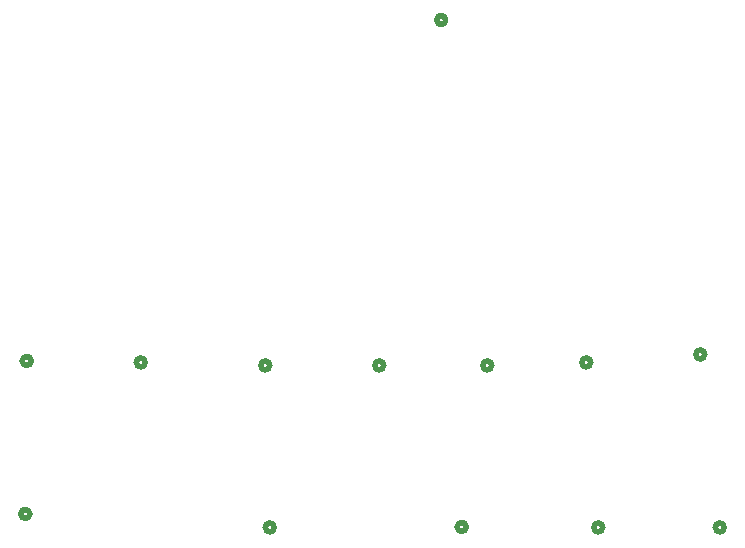
<source format=gbo>
G04*
G04 #@! TF.GenerationSoftware,Altium Limited,Altium Designer,24.1.2 (44)*
G04*
G04 Layer_Color=32896*
%FSLAX44Y44*%
%MOMM*%
G71*
G04*
G04 #@! TF.SameCoordinates,F9B8B196-E0EE-4284-85E4-D25C29C198F4*
G04*
G04*
G04 #@! TF.FilePolarity,Positive*
G04*
G01*
G75*
%ADD10C,0.5080*%
D10*
X451220Y685800D02*
G03*
X451220Y685800I-3810J0D01*
G01*
X670560Y402620D02*
G03*
X670560Y402620I-3810J0D01*
G01*
X490220Y393330D02*
G03*
X490220Y393330I-3810J0D01*
G01*
X302260D02*
G03*
X302260Y393330I-3810J0D01*
G01*
X100330Y397140D02*
G03*
X100330Y397140I-3810J0D01*
G01*
X584200Y256170D02*
G03*
X584200Y256170I-3810J0D01*
G01*
X574040Y395870D02*
G03*
X574040Y395870I-3810J0D01*
G01*
X398780Y393330D02*
G03*
X398780Y393330I-3810J0D01*
G01*
X196850Y395870D02*
G03*
X196850Y395870I-3810J0D01*
G01*
X687070Y256170D02*
G03*
X687070Y256170I-3810J0D01*
G01*
X468630Y256570D02*
G03*
X468630Y256570I-3810J0D01*
G01*
X306070Y256170D02*
G03*
X306070Y256170I-3810J0D01*
G01*
X99060Y267600D02*
G03*
X99060Y267600I-3810J0D01*
G01*
M02*

</source>
